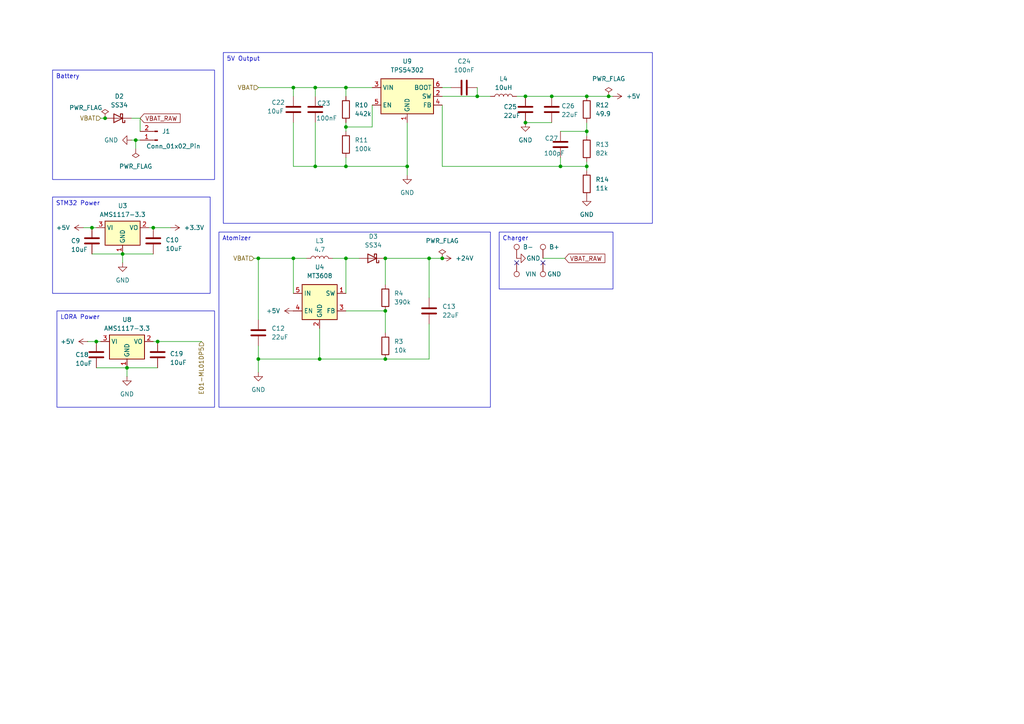
<source format=kicad_sch>
(kicad_sch (version 20250114) (generator "eeschema") (generator_version "9.0")
  (paper "A4")
  (lib_symbols
    (symbol "Connector:Conn_01x02_Pin" (pin_names (offset 1.016) (hide yes))
      (property "Reference" "J" (at 0 2.54 0))
      (property "Value" "Conn_01x02_Pin" (at 0 -5.08 0))
      (symbol "Conn_01x02_Pin_1_1"
        (rectangle (start 0.8636 0.127) (end 0 -0.127) (stroke (width 0.1524)) (fill (type outline)))
        (rectangle (start 0.8636 -2.413) (end 0 -2.667) (stroke (width 0.1524)) (fill (type outline)))
        (polyline (pts (xy 1.27 0) (xy 0.8636 0)) (stroke (width 0.1524)))
        (polyline (pts (xy 1.27 -2.54) (xy 0.8636 -2.54)) (stroke (width 0.1524)))
        (pin passive line (at 5.08 0 180) (length 3.81) (name "Pin_1") (number "1"))
        (pin passive line (at 5.08 -2.54 180) (length 3.81) (name "Pin_2") (number "2"))
      )
    )
    (symbol "Connector:TestPoint" (pin_numbers (hide yes)) (pin_names (offset 0.762) (hide yes))
      (property "Reference" "TP" (at 0 6.858 0))
      (property "Value" "TestPoint" (at 0 5.08 0))
      (symbol "TestPoint_0_1"
        (circle (center 0 3.302) (radius 0.762))
      )
      (symbol "TestPoint_1_1"
        (pin passive line (at 0 0 90) (length 2.54) (name "1") (number "1"))
      )
    )
    (symbol "Device:C" (pin_numbers (hide yes)) (pin_names (offset 0.254))
      (property "Reference" "C" (at 0.635 2.54 0))
      (property "Value" "C" (at 0.635 -2.54 0))
      (symbol "C_0_1"
        (polyline (pts (xy -2.032 0.762) (xy 2.032 0.762)) (stroke (width 0.508)))
        (polyline (pts (xy -2.032 -0.762) (xy 2.032 -0.762)) (stroke (width 0.508)))
      )
      (symbol "C_1_1"
        (pin passive line (at 0 3.81 270) (length 2.794) (name "~") (number "1"))
        (pin passive line (at 0 -3.81 90) (length 2.794) (name "~") (number "2"))
      )
    )
    (symbol "Device:L" (pin_numbers (hide yes)) (pin_names (offset 1.016) (hide yes))
      (property "Reference" "L" (at -1.27 0 90))
      (property "Value" "L" (at 1.905 0 90))
      (symbol "L_0_1"
        (arc (start 0 2.54) (mid 0.6323 1.905) (end 0 1.27))
        (arc (start 0 1.27) (mid 0.6323 0.635) (end 0 0))
        (arc (start 0 0) (mid 0.6323 -0.635) (end 0 -1.27))
        (arc (start 0 -1.27) (mid 0.6323 -1.905) (end 0 -2.54))
      )
      (symbol "L_1_1"
        (pin passive line (at 0 3.81 270) (length 1.27) (name "1") (number "1"))
        (pin passive line (at 0 -3.81 90) (length 1.27) (name "2") (number "2"))
      )
    )
    (symbol "Device:R" (pin_numbers (hide yes)) (pin_names (offset 0))
      (property "Reference" "R" (at 2.032 0 90))
      (property "Value" "R" (at 0 0 90))
      (symbol "R_0_1"
        (rectangle (start -1.016 -2.54) (end 1.016 2.54) (stroke (width 0.254)))
      )
      (symbol "R_1_1"
        (pin passive line (at 0 3.81 270) (length 1.27) (name "~") (number "1"))
        (pin passive line (at 0 -3.81 90) (length 1.27) (name "~") (number "2"))
      )
    )
    (symbol "Diode:SS34" (pin_numbers (hide yes)) (pin_names (offset 1.016) (hide yes))
      (property "Reference" "D" (at 0 2.54 0))
      (property "Value" "SS34" (at 0 -2.54 0))
      (symbol "SS34_0_1"
        (polyline (pts (xy -1.905 0.635) (xy -1.905 1.27) (xy -1.27 1.27) (xy -1.27 -1.27) (xy -0.635 -1.27) (xy -0.635 -0.635)) (stroke (width 0.254)))
        (polyline (pts (xy 1.27 1.27) (xy 1.27 -1.27) (xy -1.27 0) (xy 1.27 1.27)) (stroke (width 0.254)))
        (polyline (pts (xy 1.27 0) (xy -1.27 0)))
      )
      (symbol "SS34_1_1"
        (pin passive line (at -3.81 0 0) (length 2.54) (name "K") (number "1"))
        (pin passive line (at 3.81 0 180) (length 2.54) (name "A") (number "2"))
      )
    )
    (symbol "Regulator_Linear:AMS1117-3.3"
      (property "Reference" "U" (at -3.81 3.175 0))
      (property "Value" "AMS1117-3.3" (at 0 3.175 0))
      (symbol "AMS1117-3.3_0_1"
        (rectangle (start -5.08 -5.08) (end 5.08 1.905) (stroke (width 0.254)) (fill (type background)))
      )
      (symbol "AMS1117-3.3_1_1"
        (pin power_in line (at -7.62 0 0) (length 2.54) (name "VI") (number "3"))
        (pin power_in line (at 0 -7.62 90) (length 2.54) (name "GND") (number "1"))
        (pin power_out line (at 7.62 0 180) (length 2.54) (name "VO") (number "2"))
      )
    )
    (symbol "Regulator_Switching:MT3608"
      (property "Reference" "U" (at -2.54 8.89 0))
      (property "Value" "MT3608" (at -3.81 6.35 0))
      (symbol "MT3608_0_1"
        (rectangle (start -5.08 5.08) (end 5.08 -5.08) (stroke (width 0.254)) (fill (type background)))
      )
      (symbol "MT3608_1_1"
        (pin power_in line (at -7.62 2.54 0) (length 2.54) (name "IN") (number "5"))
        (pin input line (at -7.62 -2.54 0) (length 2.54) (name "EN") (number "4"))
        (pin power_in line (at 0 -7.62 90) (length 2.54) (name "GND") (number "2"))
        (pin no_connect line (at 5.08 0 180) (length 2.54) (hide yes) (name "NC") (number "6"))
        (pin passive line (at 7.62 2.54 180) (length 2.54) (name "SW") (number "1"))
        (pin input line (at 7.62 -2.54 180) (length 2.54) (name "FB") (number "3"))
      )
    )
    (symbol "Regulator_Switching:TPS54302"
      (property "Reference" "U" (at -7.62 6.35 0))
      (property "Value" "TPS54302" (at 0 6.35 0))
      (symbol "TPS54302_0_1"
        (rectangle (start -7.62 5.08) (end 7.62 -5.08) (stroke (width 0.254)) (fill (type background)))
      )
      (symbol "TPS54302_1_1"
        (pin power_in line (at -10.16 2.54 0) (length 2.54) (name "VIN") (number "3"))
        (pin input line (at -10.16 -2.54 0) (length 2.54) (name "EN") (number "5"))
        (pin power_in line (at 0 -7.62 90) (length 2.54) (name "GND") (number "1"))
        (pin passive line (at 10.16 2.54 180) (length 2.54) (name "BOOT") (number "6"))
        (pin power_out line (at 10.16 0 180) (length 2.54) (name "SW") (number "2"))
        (pin input line (at 10.16 -2.54 180) (length 2.54) (name "FB") (number "4"))
      )
    )
    (symbol "power:+24V" (power) (pin_numbers (hide yes)) (pin_names (offset 0) (hide yes))
      (property "Value" "+24V" (at 0 3.556 0))
      (symbol "+24V_0_1"
        (polyline (pts (xy -0.762 1.27) (xy 0 2.54)))
        (polyline (pts (xy 0 2.54) (xy 0.762 1.27)))
        (polyline (pts (xy 0 0) (xy 0 2.54)))
      )
      (symbol "+24V_1_1"
        (pin power_in line (at 0 0 90) (length 0) (name "~") (number "1"))
      )
    )
    (symbol "power:+3.3V" (power) (pin_numbers (hide yes)) (pin_names (offset 0) (hide yes))
      (property "Value" "+3.3V" (at 0 3.556 0))
      (symbol "+3.3V_0_1"
        (polyline (pts (xy -0.762 1.27) (xy 0 2.54)))
        (polyline (pts (xy 0 2.54) (xy 0.762 1.27)))
        (polyline (pts (xy 0 0) (xy 0 2.54)))
      )
      (symbol "+3.3V_1_1"
        (pin power_in line (at 0 0 90) (length 0) (name "~") (number "1"))
      )
    )
    (symbol "power:+5V" (power) (pin_numbers (hide yes)) (pin_names (offset 0) (hide yes))
      (property "Value" "+5V" (at 0 3.556 0))
      (symbol "+5V_0_1"
        (polyline (pts (xy -0.762 1.27) (xy 0 2.54)))
        (polyline (pts (xy 0 2.54) (xy 0.762 1.27)))
        (polyline (pts (xy 0 0) (xy 0 2.54)))
      )
      (symbol "+5V_1_1"
        (pin power_in line (at 0 0 90) (length 0) (name "~") (number "1"))
      )
    )
    (symbol "power:GND" (power) (pin_numbers (hide yes)) (pin_names (offset 0) (hide yes))
      (property "Value" "GND" (at 0 -3.81 0))
      (symbol "GND_0_1"
        (polyline (pts (xy 0 0) (xy 0 -1.27) (xy 1.27 -1.27) (xy 0 -2.54) (xy -1.27 -1.27) (xy 0 -1.27)))
      )
      (symbol "GND_1_1"
        (pin power_in line (at 0 0 270) (length 0) (name "~") (number "1"))
      )
    )
    (symbol "power:PWR_FLAG" (power) (pin_numbers (hide yes)) (pin_names (offset 0) (hide yes))
      (property "Value" "PWR_FLAG" (at 0 3.81 0))
      (symbol "PWR_FLAG_0_0"
        (pin power_out line (at 0 0 90) (length 0) (name "~") (number "1"))
      )
      (symbol "PWR_FLAG_0_1"
        (polyline (pts (xy 0 0) (xy 0 1.27) (xy -1.016 1.905) (xy 0 2.54) (xy 1.016 1.905) (xy 0 1.27)))
      )
    )
  )
  (text_box "5V Output\n" (at 64.77 15.24 0) (size 124.46 49.53) (margins 0.9525 0.9525 0.9525 0.9525) (effects (font (size 1.27 1.27)) (justify left top)))
  (text_box "STM32 Power\n" (at 15.24 57.15 0) (size 45.72 27.94) (margins 0.9525 0.9525 0.9525 0.9525) (effects (font (size 1.27 1.27)) (justify left top)))
  (text_box "Charger\n" (at 144.78 67.31 0) (size 33.02 16.51) (margins 0.9525 0.9525 0.9525 0.9525) (effects (font (size 1.27 1.27)) (justify left top)))
  (text_box "Battery\n" (at 15.24 20.32 0) (size 46.99 31.75) (margins 0.9525 0.9525 0.9525 0.9525) (effects (font (size 1.27 1.27)) (justify left top)))
  (text_box "LORA Power\n" (at 16.51 90.17 0) (size 45.72 27.94) (margins 0.9525 0.9525 0.9525 0.9525) (effects (font (size 1.27 1.27)) (justify left top)))
  (text_box "Atomizer" (at 63.5 67.31 0) (size 78.74 50.8) (margins 0.9525 0.9525 0.9525 0.9525) (effects (font (size 1.27 1.27)) (justify left top)))
  (junction (at 100.33 74.93))
  (junction (at 152.4 27.94))
  (junction (at 30.48 34.29))
  (junction (at 100.33 25.4))
  (junction (at 111.76 90.17))
  (junction (at 74.93 104.14))
  (junction (at 100.33 48.26))
  (junction (at 92.71 104.14))
  (junction (at 176.53 27.94))
  (junction (at 45.72 99.06))
  (junction (at 160.02 27.94))
  (junction (at 85.09 74.93))
  (junction (at 74.93 74.93))
  (junction (at 138.43 27.94))
  (junction (at 100.33 36.83))
  (junction (at 111.76 104.14))
  (junction (at 152.4 35.56))
  (junction (at 128.27 74.93))
  (junction (at 170.18 48.26))
  (junction (at 111.76 74.93))
  (junction (at 118.11 48.26))
  (junction (at 85.09 25.4))
  (junction (at 39.37 40.64))
  (junction (at 27.94 99.06))
  (junction (at 91.44 48.26))
  (junction (at 35.56 73.66))
  (junction (at 162.56 48.26))
  (junction (at 44.45 66.04))
  (junction (at 124.46 74.93))
  (junction (at 170.18 27.94))
  (junction (at 26.67 66.04))
  (junction (at 170.18 38.1))
  (junction (at 91.44 25.4))
  (junction (at 36.83 106.68))
  (no_connect (at 157.48 76.2))
  (no_connect (at 149.86 76.2))
  (wire (pts (xy 118.11 48.26) (xy 118.11 50.8)))
  (wire (pts (xy 162.56 45.72) (xy 162.56 48.26)))
  (wire (pts (xy 85.09 74.93) (xy 85.09 85.09)))
  (wire (pts (xy 44.45 66.04) (xy 49.53 66.04)))
  (wire (pts (xy 96.52 74.93) (xy 100.33 74.93)))
  (wire (pts (xy 39.37 40.64) (xy 40.64 40.64)))
  (wire (pts (xy 74.93 100.33) (xy 74.93 104.14)))
  (wire (pts (xy 100.33 48.26) (xy 118.11 48.26)))
  (wire (pts (xy 74.93 25.4) (xy 85.09 25.4)))
  (wire (pts (xy 73.66 74.93) (xy 74.93 74.93)))
  (wire (pts (xy 85.09 48.26) (xy 91.44 48.26)))
  (wire (pts (xy 170.18 48.26) (xy 170.18 49.53)))
  (wire (pts (xy 40.64 34.29) (xy 40.64 38.1)))
  (wire (pts (xy 138.43 25.4) (xy 138.43 27.94)))
  (wire (pts (xy 35.56 73.66) (xy 35.56 76.2)))
  (wire (pts (xy 170.18 38.1) (xy 170.18 39.37)))
  (wire (pts (xy 38.1 40.64) (xy 39.37 40.64)))
  (wire (pts (xy 128.27 27.94) (xy 138.43 27.94)))
  (wire (pts (xy 85.09 35.56) (xy 85.09 48.26)))
  (wire (pts (xy 111.76 74.93) (xy 124.46 74.93)))
  (wire (pts (xy 35.56 73.66) (xy 44.45 73.66)))
  (wire (pts (xy 124.46 93.98) (xy 124.46 104.14)))
  (wire (pts (xy 128.27 48.26) (xy 162.56 48.26)))
  (wire (pts (xy 36.83 106.68) (xy 36.83 109.22)))
  (wire (pts (xy 138.43 27.94) (xy 142.24 27.94)))
  (wire (pts (xy 160.02 27.94) (xy 170.18 27.94)))
  (wire (pts (xy 100.33 90.17) (xy 111.76 90.17)))
  (wire (pts (xy 128.27 30.48) (xy 128.27 48.26)))
  (wire (pts (xy 100.33 74.93) (xy 100.33 85.09)))
  (wire (pts (xy 92.71 95.25) (xy 92.71 104.14)))
  (wire (pts (xy 43.18 66.04) (xy 44.45 66.04)))
  (wire (pts (xy 100.33 45.72) (xy 100.33 48.26)))
  (wire (pts (xy 162.56 38.1) (xy 170.18 38.1)))
  (wire (pts (xy 124.46 86.36) (xy 124.46 74.93)))
  (wire (pts (xy 27.94 99.06) (xy 29.21 99.06)))
  (wire (pts (xy 118.11 35.56) (xy 118.11 48.26)))
  (wire (pts (xy 26.67 73.66) (xy 35.56 73.66)))
  (wire (pts (xy 170.18 46.99) (xy 170.18 48.26)))
  (wire (pts (xy 111.76 90.17) (xy 111.76 96.52)))
  (wire (pts (xy 45.72 99.06) (xy 58.42 99.06)))
  (wire (pts (xy 85.09 25.4) (xy 91.44 25.4)))
  (wire (pts (xy 100.33 25.4) (xy 100.33 27.94)))
  (wire (pts (xy 27.94 106.68) (xy 36.83 106.68)))
  (wire (pts (xy 100.33 74.93) (xy 104.14 74.93)))
  (wire (pts (xy 157.48 74.93) (xy 163.83 74.93)))
  (wire (pts (xy 100.33 36.83) (xy 100.33 38.1)))
  (wire (pts (xy 91.44 48.26) (xy 100.33 48.26)))
  (wire (pts (xy 44.45 99.06) (xy 45.72 99.06)))
  (wire (pts (xy 85.09 25.4) (xy 85.09 27.94)))
  (wire (pts (xy 107.95 36.83) (xy 107.95 30.48)))
  (wire (pts (xy 170.18 35.56) (xy 170.18 38.1)))
  (wire (pts (xy 100.33 25.4) (xy 107.95 25.4)))
  (wire (pts (xy 124.46 104.14) (xy 111.76 104.14)))
  (wire (pts (xy 149.86 27.94) (xy 152.4 27.94)))
  (wire (pts (xy 152.4 27.94) (xy 160.02 27.94)))
  (wire (pts (xy 100.33 35.56) (xy 100.33 36.83)))
  (wire (pts (xy 74.93 74.93) (xy 74.93 92.71)))
  (wire (pts (xy 91.44 25.4) (xy 91.44 27.94)))
  (wire (pts (xy 176.53 27.94) (xy 177.8 27.94)))
  (wire (pts (xy 162.56 48.26) (xy 170.18 48.26)))
  (wire (pts (xy 24.13 66.04) (xy 26.67 66.04)))
  (wire (pts (xy 74.93 104.14) (xy 92.71 104.14)))
  (wire (pts (xy 152.4 35.56) (xy 160.02 35.56)))
  (wire (pts (xy 26.67 66.04) (xy 27.94 66.04)))
  (wire (pts (xy 74.93 74.93) (xy 85.09 74.93)))
  (wire (pts (xy 91.44 35.56) (xy 91.44 48.26)))
  (wire (pts (xy 36.83 106.68) (xy 45.72 106.68)))
  (wire (pts (xy 170.18 27.94) (xy 176.53 27.94)))
  (wire (pts (xy 128.27 25.4) (xy 130.81 25.4)))
  (wire (pts (xy 39.37 40.64) (xy 39.37 43.18)))
  (wire (pts (xy 38.1 34.29) (xy 40.64 34.29)))
  (wire (pts (xy 29.21 34.29) (xy 30.48 34.29)))
  (wire (pts (xy 100.33 36.83) (xy 107.95 36.83)))
  (wire (pts (xy 85.09 74.93) (xy 88.9 74.93)))
  (wire (pts (xy 111.76 104.14) (xy 92.71 104.14)))
  (wire (pts (xy 25.4 99.06) (xy 27.94 99.06)))
  (wire (pts (xy 74.93 104.14) (xy 74.93 107.95)))
  (wire (pts (xy 91.44 25.4) (xy 100.33 25.4)))
  (wire (pts (xy 111.76 74.93) (xy 111.76 82.55)))
  (wire (pts (xy 124.46 74.93) (xy 128.27 74.93)))
  (global_label "VBAT_RAW" (shape input) (at 163.83 74.93 0) (property "Intersheetrefs" "${INTERSHEET_REFS}" (effects (hide yes))))
  (global_label "VBAT_RAW" (shape input) (at 40.64 34.29 0) (property "Intersheetrefs" "${INTERSHEET_REFS}" (effects (hide yes))))
  (hierarchical_label "VBAT" (shape input) (at 73.66 74.93 180))
  (hierarchical_label "VBAT" (shape input) (at 29.21 34.29 180))
  (hierarchical_label "E01-ML01DP5" (shape input) (at 58.42 99.06 270))
  (hierarchical_label "VBAT" (shape input) (at 74.93 25.4 180))
  (symbol (lib_id "power:+3.3V") (at 49.53 66.04 270) (unit 1)
    (property "Reference" "#PWR015" (effects (hide yes)))
    (property "Value" "+3.3V" (at 53.34 66.0399 90) (effects (justify left)))
    (property "Description" "Power symbol creates a global label with name \"+3.3V\"" (effects (hide yes)))
  )
  (symbol (lib_id "power:GND") (at 170.18 57.15 0) (unit 1)
    (property "Reference" "#PWR045" (effects (hide yes)))
    (property "Value" "GND" (at 170.18 62.23 0))
    (property "Description" "Power symbol creates a global label with name \"GND\" , ground" (effects (hide yes)))
  )
  (symbol (lib_id "power:GND") (at 35.56 76.2 0) (unit 1)
    (property "Reference" "#PWR012" (effects (hide yes)))
    (property "Value" "GND" (at 35.56 81.28 0))
    (property "Description" "Power symbol creates a global label with name \"GND\" , ground" (effects (hide yes)))
  )
  (symbol (lib_id "Device:C") (at 44.45 69.85 0) (unit 1)
    (property "Reference" "C10" (at 48.006 69.596 0) (effects (justify left)))
    (property "Value" "10uF" (at 48.006 72.136 0) (effects (justify left)))
    (property "Footprint" "Capacitor_SMD:C_0805_2012Metric_Pad1.18x1.45mm_HandSolder" (effects (hide yes)))
    (property "Description" "Unpolarized capacitor" (effects (hide yes)))
  )
  (symbol (lib_id "Regulator_Switching:TPS54302") (at 118.11 27.94 0) (unit 1)
    (property "Reference" "U9" (at 118.11 17.78 0))
    (property "Value" "TPS54302" (at 118.11 20.32 0))
    (property "Footprint" "Package_TO_SOT_SMD:SOT-23-6" (effects (hide yes)))
    (property "Datasheet" "http://www.ti.com/lit/ds/symlink/tps54302.pdf" (effects (hide yes)))
    (property "Description" "3A, 4.5 to 28V Input, EMI Friendly integrated switch synchronous step-down regulator, pulse-skipping, SOT-23-6" (effects (hide yes)))
  )
  (symbol (lib_id "power:PWR_FLAG") (at 30.48 34.29 0) (unit 1)
    (property "Reference" "#FLG02" (effects (hide yes)))
    (property "Value" "PWR_FLAG" (at 24.892 31.242 0))
    (property "Description" "Special symbol for telling ERC where power comes from" (effects (hide yes)))
  )
  (symbol (lib_id "Device:C") (at 91.44 31.75 0) (unit 1)
    (property "Reference" "C23" (at 91.948 29.972 0) (effects (justify left)))
    (property "Value" "100nF" (at 91.694 34.29 0) (effects (justify left)))
    (property "Footprint" "Capacitor_SMD:C_0805_2012Metric_Pad1.18x1.45mm_HandSolder" (effects (hide yes)))
    (property "Description" "Unpolarized capacitor" (effects (hide yes)))
  )
  (symbol (lib_id "power:+5V") (at 85.09 90.17 90) (unit 1)
    (property "Reference" "#PWR021" (effects (hide yes)))
    (property "Value" "+5V" (at 81.28 90.1699 90) (effects (justify left)))
    (property "Description" "Power symbol creates a global label with name \"+5V\"" (effects (hide yes)))
  )
  (symbol (lib_id "power:PWR_FLAG") (at 39.37 43.18 180) (unit 1)
    (property "Reference" "#FLG01" (effects (hide yes)))
    (property "Value" "PWR_FLAG" (at 39.37 48.26 0))
    (property "Description" "Special symbol for telling ERC where power comes from" (effects (hide yes)))
  )
  (symbol (lib_id "Device:C") (at 26.67 69.85 0) (unit 1)
    (property "Reference" "C9" (at 20.574 69.85 0) (effects (justify left)))
    (property "Value" "10uF" (at 20.574 72.39 0) (effects (justify left)))
    (property "Footprint" "Capacitor_SMD:C_0805_2012Metric_Pad1.18x1.45mm_HandSolder" (effects (hide yes)))
    (property "Description" "Unpolarized capacitor" (effects (hide yes)))
  )
  (symbol (lib_id "Device:C") (at 45.72 102.87 0) (unit 1)
    (property "Reference" "C19" (at 49.276 102.616 0) (effects (justify left)))
    (property "Value" "10uF" (at 49.276 105.156 0) (effects (justify left)))
    (property "Footprint" "Capacitor_SMD:C_0805_2012Metric_Pad1.18x1.45mm_HandSolder" (effects (hide yes)))
    (property "Description" "Unpolarized capacitor" (effects (hide yes)))
  )
  (symbol (lib_id "Device:C") (at 152.4 31.75 0) (unit 1)
    (property "Reference" "C25" (at 146.05 30.988 0) (effects (justify left)))
    (property "Value" "22uF" (at 146.05 33.528 0) (effects (justify left)))
    (property "Footprint" "Capacitor_SMD:C_0805_2012Metric_Pad1.18x1.45mm_HandSolder" (effects (hide yes)))
    (property "Description" "Unpolarized capacitor" (effects (hide yes)))
  )
  (symbol (lib_id "Device:L") (at 92.71 74.93 90) (unit 1)
    (property "Reference" "L3" (at 92.71 69.85 90))
    (property "Value" "4.7" (at 92.71 72.39 90))
    (property "Footprint" "Inductor_SMD:L_7.3x7.3_H4.5" (effects (hide yes)))
    (property "Description" "Inductor" (effects (hide yes)))
  )
  (symbol (lib_id "Regulator_Linear:AMS1117-3.3") (at 35.56 66.04 0) (unit 1)
    (property "Reference" "U3" (at 35.56 59.69 0))
    (property "Value" "AMS1117-3.3" (at 35.56 62.23 0))
    (property "Footprint" "Package_TO_SOT_SMD:SOT-223-3_TabPin2" (effects (hide yes)))
    (property "Datasheet" "http://www.advanced-monolithic.com/pdf/ds1117.pdf" (effects (hide yes)))
    (property "Description" "1A Low Dropout regulator, positive, 3.3V fixed output, SOT-223" (effects (hide yes)))
  )
  (symbol (lib_id "power:GND") (at 149.86 74.93 90) (unit 1)
    (property "Reference" "#PWR056" (effects (hide yes)))
    (property "Value" "GND" (at 152.654 74.93 90) (effects (justify right)))
    (property "Description" "Power symbol creates a global label with name \"GND\" , ground" (effects (hide yes)))
  )
  (symbol (lib_id "Device:R") (at 100.33 41.91 0) (unit 1)
    (property "Reference" "R11" (at 102.87 40.6399 0) (effects (justify left)))
    (property "Value" "100k" (at 102.87 43.1799 0) (effects (justify left)))
    (property "Footprint" "Resistor_SMD:R_0805_2012Metric_Pad1.20x1.40mm_HandSolder" (effects (hide yes)))
    (property "Description" "Resistor" (effects (hide yes)))
  )
  (symbol (lib_id "Device:C") (at 27.94 102.87 0) (unit 1)
    (property "Reference" "C18" (at 21.844 102.87 0) (effects (justify left)))
    (property "Value" "10uF" (at 21.844 105.41 0) (effects (justify left)))
    (property "Footprint" "Capacitor_SMD:C_0805_2012Metric_Pad1.18x1.45mm_HandSolder" (effects (hide yes)))
    (property "Description" "Unpolarized capacitor" (effects (hide yes)))
  )
  (symbol (lib_id "Device:C") (at 74.93 96.52 0) (unit 1)
    (property "Reference" "C12" (at 78.74 95.2499 0) (effects (justify left)))
    (property "Value" "22uF" (at 78.74 97.7899 0) (effects (justify left)))
    (property "Footprint" "Capacitor_SMD:C_0805_2012Metric_Pad1.18x1.45mm_HandSolder" (effects (hide yes)))
    (property "Description" "Unpolarized capacitor" (effects (hide yes)))
  )
  (symbol (lib_id "power:GND") (at 118.11 50.8 0) (unit 1)
    (property "Reference" "#PWR043" (effects (hide yes)))
    (property "Value" "GND" (at 118.11 55.88 0))
    (property "Description" "Power symbol creates a global label with name \"GND\" , ground" (effects (hide yes)))
  )
  (symbol (lib_id "power:+5V") (at 177.8 27.94 270) (unit 1)
    (property "Reference" "#PWR046" (effects (hide yes)))
    (property "Value" "+5V" (at 181.61 27.9399 90) (effects (justify left)))
    (property "Description" "Power symbol creates a global label with name \"+5V\"" (effects (hide yes)))
  )
  (symbol (lib_id "power:GND") (at 36.83 109.22 0) (unit 1)
    (property "Reference" "#PWR032" (effects (hide yes)))
    (property "Value" "GND" (at 36.83 114.3 0))
    (property "Description" "Power symbol creates a global label with name \"GND\" , ground" (effects (hide yes)))
  )
  (symbol (lib_id "power:GND") (at 152.4 35.56 0) (unit 1)
    (property "Reference" "#PWR044" (effects (hide yes)))
    (property "Value" "GND" (at 152.4 40.64 0))
    (property "Description" "Power symbol creates a global label with name \"GND\" , ground" (effects (hide yes)))
  )
  (symbol (lib_id "Device:C") (at 162.56 41.91 0) (unit 1)
    (property "Reference" "C27" (at 157.988 40.132 0) (effects (justify left)))
    (property "Value" "100pF" (at 157.734 44.45 0) (effects (justify left)))
    (property "Footprint" "Capacitor_SMD:C_0805_2012Metric_Pad1.18x1.45mm_HandSolder" (effects (hide yes)))
    (property "Description" "Unpolarized capacitor" (effects (hide yes)))
  )
  (symbol (lib_id "Regulator_Switching:MT3608") (at 92.71 87.63 0) (unit 1)
    (property "Reference" "U4" (at 92.71 77.47 0))
    (property "Value" "MT3608" (at 92.71 80.01 0))
    (property "Footprint" "Package_TO_SOT_SMD:SOT-23-6" (effects (hide yes)))
    (property "Datasheet" "https://www.olimex.com/Products/Breadboarding/BB-PWR-3608/resources/MT3608.pdf" (effects (hide yes)))
    (property "Description" "High Efficiency 1.2MHz 2A Step Up Converter, 2-24V Vin, 28V Vout, 4A current limit, 1.2MHz, SOT23-6" (effects (hide yes)))
  )
  (symbol (lib_id "Device:R") (at 170.18 43.18 0) (unit 1)
    (property "Reference" "R13" (at 172.72 41.9099 0) (effects (justify left)))
    (property "Value" "82k" (at 172.72 44.4499 0) (effects (justify left)))
    (property "Footprint" "Resistor_SMD:R_0805_2012Metric_Pad1.20x1.40mm_HandSolder" (effects (hide yes)))
    (property "Description" "Resistor" (effects (hide yes)))
  )
  (symbol (lib_id "Device:R") (at 111.76 86.36 0) (unit 1)
    (property "Reference" "R4" (at 114.3 85.0899 0) (effects (justify left)))
    (property "Value" "390k" (at 114.3 87.6299 0) (effects (justify left)))
    (property "Footprint" "Resistor_SMD:R_0805_2012Metric_Pad1.20x1.40mm_HandSolder" (effects (hide yes)))
    (property "Description" "Resistor" (effects (hide yes)))
  )
  (symbol (lib_id "power:PWR_FLAG") (at 176.53 27.94 0) (unit 1)
    (property "Reference" "#FLG07" (effects (hide yes)))
    (property "Value" "PWR_FLAG" (at 176.53 22.86 0))
    (property "Description" "Special symbol for telling ERC where power comes from" (effects (hide yes)))
  )
  (symbol (lib_id "Connector:TestPoint") (at 157.48 76.2 180) (unit 1)
    (property "Reference" "TP4" (effects (hide yes)))
    (property "Value" "GND" (at 162.814 79.502 0) (effects (justify left)))
    (property "Footprint" "TestPoint:TestPoint_Pad_D2.0mm" (effects (hide yes)))
    (property "Description" "test point" (effects (hide yes)))
  )
  (symbol (lib_id "Diode:SS34") (at 107.95 74.93 180) (unit 1)
    (property "Reference" "D3" (at 108.2675 68.58 0))
    (property "Value" "SS34" (at 108.2675 71.12 0))
    (property "Footprint" "Diode_SMD:D_SMC_Handsoldering" (effects (hide yes)))
    (property "Datasheet" "https://www.vishay.com/docs/88751/ss32.pdf" (effects (hide yes)))
    (property "Description" "40V 3A Schottky Diode, SMA" (effects (hide yes)))
  )
  (symbol (lib_id "power:GND") (at 38.1 40.64 270) (unit 1)
    (property "Reference" "#PWR014" (effects (hide yes)))
    (property "Value" "GND" (at 34.29 40.6399 90) (effects (justify right)))
    (property "Description" "Power symbol creates a global label with name \"GND\" , ground" (effects (hide yes)))
  )
  (symbol (lib_id "Regulator_Linear:AMS1117-3.3") (at 36.83 99.06 0) (unit 1)
    (property "Reference" "U8" (at 36.83 92.71 0))
    (property "Value" "AMS1117-3.3" (at 36.83 95.25 0))
    (property "Footprint" "Package_TO_SOT_SMD:SOT-223-3_TabPin2" (effects (hide yes)))
    (property "Datasheet" "http://www.advanced-monolithic.com/pdf/ds1117.pdf" (effects (hide yes)))
    (property "Description" "1A Low Dropout regulator, positive, 3.3V fixed output, SOT-223" (effects (hide yes)))
  )
  (symbol (lib_id "Device:R") (at 100.33 31.75 0) (unit 1)
    (property "Reference" "R10" (at 102.87 30.4799 0) (effects (justify left)))
    (property "Value" "442k" (at 102.87 33.0199 0) (effects (justify left)))
    (property "Footprint" "Resistor_SMD:R_0805_2012Metric_Pad1.20x1.40mm_HandSolder" (effects (hide yes)))
    (property "Description" "Resistor" (effects (hide yes)))
  )
  (symbol (lib_id "Device:C") (at 160.02 31.75 0) (unit 1)
    (property "Reference" "C26" (at 162.814 30.734 0) (effects (justify left)))
    (property "Value" "22uF" (at 162.814 33.274 0) (effects (justify left)))
    (property "Footprint" "Capacitor_SMD:C_0805_2012Metric_Pad1.18x1.45mm_HandSolder" (effects (hide yes)))
    (property "Description" "Unpolarized capacitor" (effects (hide yes)))
  )
  (symbol (lib_id "Diode:SS34") (at 34.29 34.29 180) (unit 1)
    (property "Reference" "D2" (at 34.6075 27.94 0))
    (property "Value" "SS34" (at 34.6075 30.48 0))
    (property "Footprint" "Diode_SMD:D_SMC_Handsoldering" (effects (hide yes)))
    (property "Datasheet" "https://www.vishay.com/docs/88751/ss32.pdf" (effects (hide yes)))
    (property "Description" "40V 3A Schottky Diode, SMA" (effects (hide yes)))
  )
  (symbol (lib_id "Device:L") (at 146.05 27.94 90) (unit 1)
    (property "Reference" "L4" (at 146.05 22.86 90))
    (property "Value" "10uH" (at 146.05 25.4 90))
    (property "Footprint" "Inductor_SMD:L_7.3x7.3_H4.5" (effects (hide yes)))
    (property "Description" "Inductor" (effects (hide yes)))
  )
  (symbol (lib_id "power:+5V") (at 24.13 66.04 90) (unit 1)
    (property "Reference" "#PWR016" (effects (hide yes)))
    (property "Value" "+5V" (at 20.32 66.0399 90) (effects (justify left)))
    (property "Description" "Power symbol creates a global label with name \"+5V\"" (effects (hide yes)))
  )
  (symbol (lib_id "Device:R") (at 111.76 100.33 0) (unit 1)
    (property "Reference" "R3" (at 114.3 99.0599 0) (effects (justify left)))
    (property "Value" "10k" (at 114.3 101.5999 0) (effects (justify left)))
    (property "Footprint" "Resistor_SMD:R_0805_2012Metric_Pad1.20x1.40mm_HandSolder" (effects (hide yes)))
    (property "Description" "Resistor" (effects (hide yes)))
  )
  (symbol (lib_id "power:+5V") (at 25.4 99.06 90) (unit 1)
    (property "Reference" "#PWR031" (effects (hide yes)))
    (property "Value" "+5V" (at 21.59 99.0599 90) (effects (justify left)))
    (property "Description" "Power symbol creates a global label with name \"+5V\"" (effects (hide yes)))
  )
  (symbol (lib_id "Device:C") (at 85.09 31.75 0) (unit 1)
    (property "Reference" "C22" (at 78.74 29.718 0) (effects (justify left)))
    (property "Value" "10uF" (at 77.47 32.258 0) (effects (justify left)))
    (property "Footprint" "Capacitor_SMD:C_0805_2012Metric_Pad1.18x1.45mm_HandSolder" (effects (hide yes)))
    (property "Description" "Unpolarized capacitor" (effects (hide yes)))
  )
  (symbol (lib_id "Connector:TestPoint") (at 149.86 76.2 180) (unit 1)
    (property "Reference" "TP2" (effects (hide yes)))
    (property "Value" "VIN" (at 152.4 79.5019 0) (effects (justify right)))
    (property "Footprint" "TestPoint:TestPoint_Pad_D2.0mm" (effects (hide yes)))
    (property "Description" "test point" (effects (hide yes)))
  )
  (symbol (lib_id "Device:C") (at 134.62 25.4 270) (unit 1)
    (property "Reference" "C24" (at 134.62 17.78 90))
    (property "Value" "100nF" (at 134.62 20.32 90))
    (property "Footprint" "Capacitor_SMD:C_0805_2012Metric_Pad1.18x1.45mm_HandSolder" (effects (hide yes)))
    (property "Description" "Unpolarized capacitor" (effects (hide yes)))
  )
  (symbol (lib_id "power:GND") (at 74.93 107.95 0) (unit 1)
    (property "Reference" "#PWR019" (effects (hide yes)))
    (property "Value" "GND" (at 74.93 113.03 0))
    (property "Description" "Power symbol creates a global label with name \"GND\" , ground" (effects (hide yes)))
  )
  (symbol (lib_id "Device:C") (at 124.46 90.17 0) (unit 1)
    (property "Reference" "C13" (at 128.27 88.8999 0) (effects (justify left)))
    (property "Value" "22uF" (at 128.27 91.4399 0) (effects (justify left)))
    (property "Footprint" "Capacitor_SMD:C_0805_2012Metric_Pad1.18x1.45mm_HandSolder" (effects (hide yes)))
    (property "Description" "Unpolarized capacitor" (effects (hide yes)))
  )
  (symbol (lib_id "Connector:TestPoint") (at 149.86 74.93 0) (unit 1)
    (property "Reference" "TP1" (effects (hide yes)))
    (property "Value" "B-" (at 151.638 71.628 0) (effects (justify left)))
    (property "Footprint" "TestPoint:TestPoint_Pad_D2.0mm" (effects (hide yes)))
    (property "Description" "test point" (effects (hide yes)))
  )
  (symbol (lib_id "Device:R") (at 170.18 31.75 0) (unit 1)
    (property "Reference" "R12" (at 172.72 30.4799 0) (effects (justify left)))
    (property "Value" "49.9" (at 172.72 33.0199 0) (effects (justify left)))
    (property "Footprint" "Resistor_SMD:R_0805_2012Metric_Pad1.20x1.40mm_HandSolder" (effects (hide yes)))
    (property "Description" "Resistor" (effects (hide yes)))
  )
  (symbol (lib_id "Connector:Conn_01x02_Pin") (at 45.72 40.64 180) (unit 1)
    (property "Reference" "J1" (at 46.99 38.0999 0) (effects (justify right)))
    (property "Value" "Conn_01x02_Pin" (at 42.418 42.418 0) (effects (justify right)))
    (property "Footprint" "Connector_Wire:SolderWire-1.5sqmm_1x02_P7.8mm_D1.7mm_OD3.9mm" (effects (hide yes)))
    (property "Description" "Generic connector, single row, 01x02, script generated" (effects (hide yes)))
  )
  (symbol (lib_id "power:PWR_FLAG") (at 128.27 74.93 0) (unit 1)
    (property "Reference" "#FLG05" (effects (hide yes)))
    (property "Value" "PWR_FLAG" (at 128.27 69.85 0))
    (property "Description" "Special symbol for telling ERC where power comes from" (effects (hide yes)))
  )
  (symbol (lib_id "Device:R") (at 170.18 53.34 0) (unit 1)
    (property "Reference" "R14" (at 172.72 52.0699 0) (effects (justify left)))
    (property "Value" "11k" (at 172.72 54.6099 0) (effects (justify left)))
    (property "Footprint" "Resistor_SMD:R_0805_2012Metric_Pad1.20x1.40mm_HandSolder" (effects (hide yes)))
    (property "Description" "Resistor" (effects (hide yes)))
  )
  (symbol (lib_id "Connector:TestPoint") (at 157.48 74.93 0) (unit 1)
    (property "Reference" "TP3" (effects (hide yes)))
    (property "Value" "B+" (at 159.258 71.628 0) (effects (justify left)))
    (property "Footprint" "TestPoint:TestPoint_Pad_D2.0mm" (effects (hide yes)))
    (property "Description" "test point" (effects (hide yes)))
  )
  (symbol (lib_id "power:+24V") (at 128.27 74.93 270) (unit 1)
    (property "Reference" "#PWR020" (effects (hide yes)))
    (property "Value" "+24V" (at 132.08 74.9299 90) (effects (justify left)))
    (property "Description" "Power symbol creates a global label with name \"+24V\"" (effects (hide yes)))
  )
)
</source>
